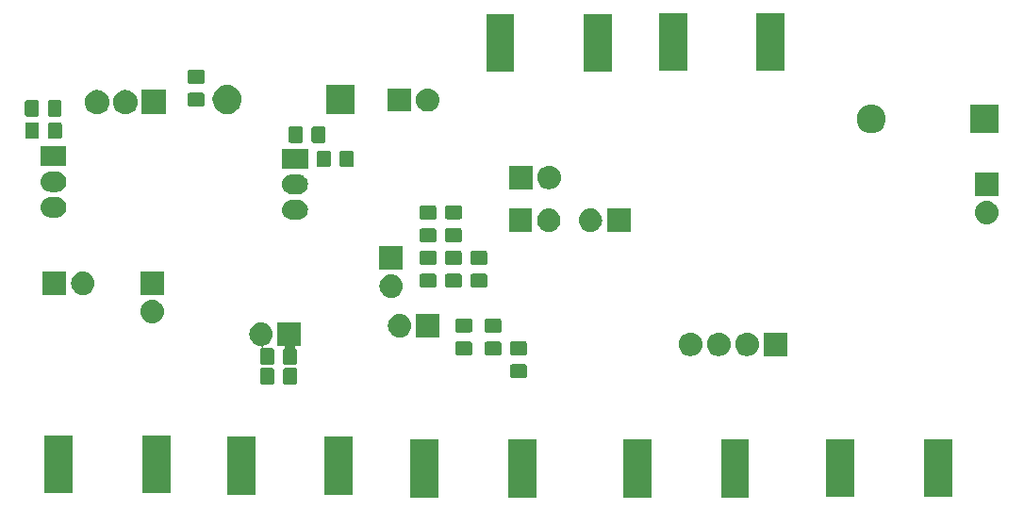
<source format=gbs>
G04 #@! TF.GenerationSoftware,KiCad,Pcbnew,(5.0.2)-1*
G04 #@! TF.CreationDate,2019-06-06T20:52:43-07:00*
G04 #@! TF.ProjectId,Complete PLL Board Rev5,436f6d70-6c65-4746-9520-504c4c20426f,rev?*
G04 #@! TF.SameCoordinates,Original*
G04 #@! TF.FileFunction,Soldermask,Bot*
G04 #@! TF.FilePolarity,Negative*
%FSLAX46Y46*%
G04 Gerber Fmt 4.6, Leading zero omitted, Abs format (unit mm)*
G04 Created by KiCad (PCBNEW (5.0.2)-1) date 6/6/2019 8:52:43 PM*
%MOMM*%
%LPD*%
G01*
G04 APERTURE LIST*
%ADD10C,0.100000*%
G04 APERTURE END LIST*
D10*
G36*
X163705200Y-121971000D02*
X161183200Y-121971000D01*
X161183200Y-116789000D01*
X163705200Y-116789000D01*
X163705200Y-121971000D01*
X163705200Y-121971000D01*
G37*
G36*
X154945200Y-121971000D02*
X152423200Y-121971000D01*
X152423200Y-116789000D01*
X154945200Y-116789000D01*
X154945200Y-121971000D01*
X154945200Y-121971000D01*
G37*
G36*
X144579000Y-121971000D02*
X142057000Y-121971000D01*
X142057000Y-116789000D01*
X144579000Y-116789000D01*
X144579000Y-121971000D01*
X144579000Y-121971000D01*
G37*
G36*
X135819000Y-121971000D02*
X133297000Y-121971000D01*
X133297000Y-116789000D01*
X135819000Y-116789000D01*
X135819000Y-121971000D01*
X135819000Y-121971000D01*
G37*
G36*
X173157000Y-121920200D02*
X170635000Y-121920200D01*
X170635000Y-116738200D01*
X173157000Y-116738200D01*
X173157000Y-121920200D01*
X173157000Y-121920200D01*
G37*
G36*
X181917000Y-121920200D02*
X179395000Y-121920200D01*
X179395000Y-116738200D01*
X181917000Y-116738200D01*
X181917000Y-121920200D01*
X181917000Y-121920200D01*
G37*
G36*
X128119800Y-121717000D02*
X125597800Y-121717000D01*
X125597800Y-116535000D01*
X128119800Y-116535000D01*
X128119800Y-121717000D01*
X128119800Y-121717000D01*
G37*
G36*
X119359800Y-121717000D02*
X116837800Y-121717000D01*
X116837800Y-116535000D01*
X119359800Y-116535000D01*
X119359800Y-121717000D01*
X119359800Y-121717000D01*
G37*
G36*
X111736800Y-121590000D02*
X109214800Y-121590000D01*
X109214800Y-116408000D01*
X111736800Y-116408000D01*
X111736800Y-121590000D01*
X111736800Y-121590000D01*
G37*
G36*
X102976800Y-121590000D02*
X100454800Y-121590000D01*
X100454800Y-116408000D01*
X102976800Y-116408000D01*
X102976800Y-121590000D01*
X102976800Y-121590000D01*
G37*
G36*
X122951477Y-110353065D02*
X122989164Y-110364498D01*
X123023903Y-110383066D01*
X123054348Y-110408052D01*
X123079334Y-110438497D01*
X123097902Y-110473236D01*
X123109335Y-110510923D01*
X123113800Y-110556261D01*
X123113800Y-111642939D01*
X123109335Y-111688277D01*
X123097902Y-111725964D01*
X123079334Y-111760703D01*
X123054348Y-111791148D01*
X123023903Y-111816134D01*
X122989164Y-111834702D01*
X122951477Y-111846135D01*
X122906139Y-111850600D01*
X122069461Y-111850600D01*
X122024123Y-111846135D01*
X121986436Y-111834702D01*
X121951697Y-111816134D01*
X121921252Y-111791148D01*
X121896266Y-111760703D01*
X121877698Y-111725964D01*
X121866265Y-111688277D01*
X121861800Y-111642939D01*
X121861800Y-110556261D01*
X121866265Y-110510923D01*
X121877698Y-110473236D01*
X121896266Y-110438497D01*
X121921252Y-110408052D01*
X121951697Y-110383066D01*
X121986436Y-110364498D01*
X122024123Y-110353065D01*
X122069461Y-110348600D01*
X122906139Y-110348600D01*
X122951477Y-110353065D01*
X122951477Y-110353065D01*
G37*
G36*
X120901477Y-110353065D02*
X120939164Y-110364498D01*
X120973903Y-110383066D01*
X121004348Y-110408052D01*
X121029334Y-110438497D01*
X121047902Y-110473236D01*
X121059335Y-110510923D01*
X121063800Y-110556261D01*
X121063800Y-111642939D01*
X121059335Y-111688277D01*
X121047902Y-111725964D01*
X121029334Y-111760703D01*
X121004348Y-111791148D01*
X120973903Y-111816134D01*
X120939164Y-111834702D01*
X120901477Y-111846135D01*
X120856139Y-111850600D01*
X120019461Y-111850600D01*
X119974123Y-111846135D01*
X119936436Y-111834702D01*
X119901697Y-111816134D01*
X119871252Y-111791148D01*
X119846266Y-111760703D01*
X119827698Y-111725964D01*
X119816265Y-111688277D01*
X119811800Y-111642939D01*
X119811800Y-110556261D01*
X119816265Y-110510923D01*
X119827698Y-110473236D01*
X119846266Y-110438497D01*
X119871252Y-110408052D01*
X119901697Y-110383066D01*
X119936436Y-110364498D01*
X119974123Y-110353065D01*
X120019461Y-110348600D01*
X120856139Y-110348600D01*
X120901477Y-110353065D01*
X120901477Y-110353065D01*
G37*
G36*
X143590677Y-110013465D02*
X143628364Y-110024898D01*
X143663103Y-110043466D01*
X143693548Y-110068452D01*
X143718534Y-110098897D01*
X143737102Y-110133636D01*
X143748535Y-110171323D01*
X143753000Y-110216661D01*
X143753000Y-111053339D01*
X143748535Y-111098677D01*
X143737102Y-111136364D01*
X143718534Y-111171103D01*
X143693548Y-111201548D01*
X143663103Y-111226534D01*
X143628364Y-111245102D01*
X143590677Y-111256535D01*
X143545339Y-111261000D01*
X142458661Y-111261000D01*
X142413323Y-111256535D01*
X142375636Y-111245102D01*
X142340897Y-111226534D01*
X142310452Y-111201548D01*
X142285466Y-111171103D01*
X142266898Y-111136364D01*
X142255465Y-111098677D01*
X142251000Y-111053339D01*
X142251000Y-110216661D01*
X142255465Y-110171323D01*
X142266898Y-110133636D01*
X142285466Y-110098897D01*
X142310452Y-110068452D01*
X142340897Y-110043466D01*
X142375636Y-110024898D01*
X142413323Y-110013465D01*
X142458661Y-110009000D01*
X143545339Y-110009000D01*
X143590677Y-110013465D01*
X143590677Y-110013465D01*
G37*
G36*
X119970510Y-106267041D02*
X120094032Y-106279207D01*
X120292146Y-106339305D01*
X120474729Y-106436897D01*
X120634765Y-106568235D01*
X120766103Y-106728271D01*
X120863695Y-106910854D01*
X120923793Y-107108968D01*
X120944085Y-107315000D01*
X120923793Y-107521032D01*
X120863695Y-107719146D01*
X120766103Y-107901729D01*
X120634765Y-108061765D01*
X120474729Y-108193103D01*
X120369829Y-108249173D01*
X120292147Y-108290695D01*
X120251342Y-108303073D01*
X120175815Y-108325984D01*
X120153181Y-108335360D01*
X120132806Y-108348974D01*
X120115479Y-108366301D01*
X120101865Y-108386675D01*
X120092487Y-108409314D01*
X120087707Y-108433348D01*
X120087707Y-108457852D01*
X120092487Y-108481885D01*
X120101865Y-108504524D01*
X120115479Y-108524899D01*
X120132806Y-108542226D01*
X120153180Y-108555840D01*
X120175819Y-108565218D01*
X120199853Y-108569998D01*
X120212105Y-108570600D01*
X120847139Y-108570600D01*
X120892477Y-108575065D01*
X120930164Y-108586498D01*
X120964903Y-108605066D01*
X120995348Y-108630052D01*
X121020334Y-108660497D01*
X121038902Y-108695236D01*
X121050335Y-108732923D01*
X121054800Y-108778261D01*
X121054800Y-109864939D01*
X121050335Y-109910277D01*
X121038902Y-109947964D01*
X121020334Y-109982703D01*
X120995348Y-110013148D01*
X120964903Y-110038134D01*
X120930164Y-110056702D01*
X120892477Y-110068135D01*
X120847139Y-110072600D01*
X120010461Y-110072600D01*
X119965123Y-110068135D01*
X119927436Y-110056702D01*
X119892697Y-110038134D01*
X119862252Y-110013148D01*
X119837266Y-109982703D01*
X119818698Y-109947964D01*
X119807265Y-109910277D01*
X119802800Y-109864939D01*
X119802800Y-108778261D01*
X119807265Y-108732923D01*
X119818698Y-108695236D01*
X119837266Y-108660497D01*
X119862252Y-108630052D01*
X119892699Y-108605065D01*
X119899856Y-108601239D01*
X119920230Y-108587625D01*
X119937557Y-108570298D01*
X119951171Y-108549923D01*
X119960548Y-108527284D01*
X119965328Y-108503250D01*
X119965328Y-108478746D01*
X119960547Y-108454713D01*
X119951169Y-108432074D01*
X119937555Y-108411700D01*
X119920228Y-108394373D01*
X119899853Y-108380759D01*
X119877214Y-108371382D01*
X119840930Y-108366000D01*
X119836369Y-108366000D01*
X119805490Y-108362959D01*
X119681968Y-108350793D01*
X119483854Y-108290695D01*
X119301271Y-108193103D01*
X119141235Y-108061765D01*
X119009897Y-107901729D01*
X118912305Y-107719146D01*
X118852207Y-107521032D01*
X118831915Y-107315000D01*
X118852207Y-107108968D01*
X118912305Y-106910854D01*
X119009897Y-106728271D01*
X119141235Y-106568235D01*
X119301271Y-106436897D01*
X119483854Y-106339305D01*
X119681968Y-106279207D01*
X119805490Y-106267041D01*
X119836369Y-106264000D01*
X119939631Y-106264000D01*
X119970510Y-106267041D01*
X119970510Y-106267041D01*
G37*
G36*
X123479000Y-108366000D02*
X123066670Y-108366000D01*
X123042284Y-108368402D01*
X123018835Y-108375515D01*
X122997224Y-108387066D01*
X122978282Y-108402612D01*
X122962736Y-108421554D01*
X122951185Y-108443165D01*
X122944072Y-108466614D01*
X122941670Y-108491000D01*
X122944072Y-108515386D01*
X122951185Y-108538835D01*
X122962736Y-108560446D01*
X122978282Y-108579388D01*
X123007744Y-108601239D01*
X123014901Y-108605065D01*
X123045348Y-108630052D01*
X123070334Y-108660497D01*
X123088902Y-108695236D01*
X123100335Y-108732923D01*
X123104800Y-108778261D01*
X123104800Y-109864939D01*
X123100335Y-109910277D01*
X123088902Y-109947964D01*
X123070334Y-109982703D01*
X123045348Y-110013148D01*
X123014903Y-110038134D01*
X122980164Y-110056702D01*
X122942477Y-110068135D01*
X122897139Y-110072600D01*
X122060461Y-110072600D01*
X122015123Y-110068135D01*
X121977436Y-110056702D01*
X121942697Y-110038134D01*
X121912252Y-110013148D01*
X121887266Y-109982703D01*
X121868698Y-109947964D01*
X121857265Y-109910277D01*
X121852800Y-109864939D01*
X121852800Y-108778261D01*
X121857265Y-108732923D01*
X121868698Y-108695236D01*
X121887266Y-108660497D01*
X121912252Y-108630052D01*
X121942699Y-108605065D01*
X121949856Y-108601239D01*
X121970230Y-108587625D01*
X121987557Y-108570298D01*
X122001171Y-108549923D01*
X122010548Y-108527284D01*
X122015328Y-108503250D01*
X122015328Y-108478746D01*
X122010547Y-108454713D01*
X122001169Y-108432074D01*
X121987555Y-108411700D01*
X121970228Y-108394373D01*
X121949853Y-108380759D01*
X121927214Y-108371382D01*
X121890930Y-108366000D01*
X121377000Y-108366000D01*
X121377000Y-106264000D01*
X123479000Y-106264000D01*
X123479000Y-108366000D01*
X123479000Y-108366000D01*
G37*
G36*
X161067710Y-107181441D02*
X161191232Y-107193607D01*
X161389346Y-107253705D01*
X161571929Y-107351297D01*
X161731965Y-107482635D01*
X161863303Y-107642671D01*
X161960895Y-107825254D01*
X162020993Y-108023368D01*
X162041285Y-108229400D01*
X162020993Y-108435432D01*
X161960895Y-108633546D01*
X161863303Y-108816129D01*
X161731965Y-108976165D01*
X161571929Y-109107503D01*
X161389346Y-109205095D01*
X161191232Y-109265193D01*
X161067710Y-109277359D01*
X161036831Y-109280400D01*
X160933569Y-109280400D01*
X160902690Y-109277359D01*
X160779168Y-109265193D01*
X160581054Y-109205095D01*
X160398471Y-109107503D01*
X160238435Y-108976165D01*
X160107097Y-108816129D01*
X160009505Y-108633546D01*
X159949407Y-108435432D01*
X159929115Y-108229400D01*
X159949407Y-108023368D01*
X160009505Y-107825254D01*
X160107097Y-107642671D01*
X160238435Y-107482635D01*
X160398471Y-107351297D01*
X160581054Y-107253705D01*
X160779168Y-107193607D01*
X160902690Y-107181441D01*
X160933569Y-107178400D01*
X161036831Y-107178400D01*
X161067710Y-107181441D01*
X161067710Y-107181441D01*
G37*
G36*
X163607710Y-107181441D02*
X163731232Y-107193607D01*
X163929346Y-107253705D01*
X164111929Y-107351297D01*
X164271965Y-107482635D01*
X164403303Y-107642671D01*
X164500895Y-107825254D01*
X164560993Y-108023368D01*
X164581285Y-108229400D01*
X164560993Y-108435432D01*
X164500895Y-108633546D01*
X164403303Y-108816129D01*
X164271965Y-108976165D01*
X164111929Y-109107503D01*
X163929346Y-109205095D01*
X163731232Y-109265193D01*
X163607710Y-109277359D01*
X163576831Y-109280400D01*
X163473569Y-109280400D01*
X163442690Y-109277359D01*
X163319168Y-109265193D01*
X163121054Y-109205095D01*
X162938471Y-109107503D01*
X162778435Y-108976165D01*
X162647097Y-108816129D01*
X162549505Y-108633546D01*
X162489407Y-108435432D01*
X162469115Y-108229400D01*
X162489407Y-108023368D01*
X162549505Y-107825254D01*
X162647097Y-107642671D01*
X162778435Y-107482635D01*
X162938471Y-107351297D01*
X163121054Y-107253705D01*
X163319168Y-107193607D01*
X163442690Y-107181441D01*
X163473569Y-107178400D01*
X163576831Y-107178400D01*
X163607710Y-107181441D01*
X163607710Y-107181441D01*
G37*
G36*
X167116200Y-109280400D02*
X165014200Y-109280400D01*
X165014200Y-107178400D01*
X167116200Y-107178400D01*
X167116200Y-109280400D01*
X167116200Y-109280400D01*
G37*
G36*
X158527710Y-107181441D02*
X158651232Y-107193607D01*
X158849346Y-107253705D01*
X159031929Y-107351297D01*
X159191965Y-107482635D01*
X159323303Y-107642671D01*
X159420895Y-107825254D01*
X159480993Y-108023368D01*
X159501285Y-108229400D01*
X159480993Y-108435432D01*
X159420895Y-108633546D01*
X159323303Y-108816129D01*
X159191965Y-108976165D01*
X159031929Y-109107503D01*
X158849346Y-109205095D01*
X158651232Y-109265193D01*
X158527710Y-109277359D01*
X158496831Y-109280400D01*
X158393569Y-109280400D01*
X158362690Y-109277359D01*
X158239168Y-109265193D01*
X158041054Y-109205095D01*
X157858471Y-109107503D01*
X157698435Y-108976165D01*
X157567097Y-108816129D01*
X157469505Y-108633546D01*
X157409407Y-108435432D01*
X157389115Y-108229400D01*
X157409407Y-108023368D01*
X157469505Y-107825254D01*
X157567097Y-107642671D01*
X157698435Y-107482635D01*
X157858471Y-107351297D01*
X158041054Y-107253705D01*
X158239168Y-107193607D01*
X158362690Y-107181441D01*
X158393569Y-107178400D01*
X158496831Y-107178400D01*
X158527710Y-107181441D01*
X158527710Y-107181441D01*
G37*
G36*
X141304677Y-107981465D02*
X141342364Y-107992898D01*
X141377103Y-108011466D01*
X141407548Y-108036452D01*
X141432534Y-108066897D01*
X141451102Y-108101636D01*
X141462535Y-108139323D01*
X141467000Y-108184661D01*
X141467000Y-109021339D01*
X141462535Y-109066677D01*
X141451102Y-109104364D01*
X141432534Y-109139103D01*
X141407548Y-109169548D01*
X141377103Y-109194534D01*
X141342364Y-109213102D01*
X141304677Y-109224535D01*
X141259339Y-109229000D01*
X140172661Y-109229000D01*
X140127323Y-109224535D01*
X140089636Y-109213102D01*
X140054897Y-109194534D01*
X140024452Y-109169548D01*
X139999466Y-109139103D01*
X139980898Y-109104364D01*
X139969465Y-109066677D01*
X139965000Y-109021339D01*
X139965000Y-108184661D01*
X139969465Y-108139323D01*
X139980898Y-108101636D01*
X139999466Y-108066897D01*
X140024452Y-108036452D01*
X140054897Y-108011466D01*
X140089636Y-107992898D01*
X140127323Y-107981465D01*
X140172661Y-107977000D01*
X141259339Y-107977000D01*
X141304677Y-107981465D01*
X141304677Y-107981465D01*
G37*
G36*
X138675777Y-107968765D02*
X138713464Y-107980198D01*
X138748203Y-107998766D01*
X138778648Y-108023752D01*
X138803634Y-108054197D01*
X138822202Y-108088936D01*
X138833635Y-108126623D01*
X138838100Y-108171961D01*
X138838100Y-109008639D01*
X138833635Y-109053977D01*
X138822202Y-109091664D01*
X138803634Y-109126403D01*
X138778648Y-109156848D01*
X138748203Y-109181834D01*
X138713464Y-109200402D01*
X138675777Y-109211835D01*
X138630439Y-109216300D01*
X137543761Y-109216300D01*
X137498423Y-109211835D01*
X137460736Y-109200402D01*
X137425997Y-109181834D01*
X137395552Y-109156848D01*
X137370566Y-109126403D01*
X137351998Y-109091664D01*
X137340565Y-109053977D01*
X137336100Y-109008639D01*
X137336100Y-108171961D01*
X137340565Y-108126623D01*
X137351998Y-108088936D01*
X137370566Y-108054197D01*
X137395552Y-108023752D01*
X137425997Y-107998766D01*
X137460736Y-107980198D01*
X137498423Y-107968765D01*
X137543761Y-107964300D01*
X138630439Y-107964300D01*
X138675777Y-107968765D01*
X138675777Y-107968765D01*
G37*
G36*
X143590677Y-107963465D02*
X143628364Y-107974898D01*
X143663103Y-107993466D01*
X143693548Y-108018452D01*
X143718534Y-108048897D01*
X143737102Y-108083636D01*
X143748535Y-108121323D01*
X143753000Y-108166661D01*
X143753000Y-109003339D01*
X143748535Y-109048677D01*
X143737102Y-109086364D01*
X143718534Y-109121103D01*
X143693548Y-109151548D01*
X143663103Y-109176534D01*
X143628364Y-109195102D01*
X143590677Y-109206535D01*
X143545339Y-109211000D01*
X142458661Y-109211000D01*
X142413323Y-109206535D01*
X142375636Y-109195102D01*
X142340897Y-109176534D01*
X142310452Y-109151548D01*
X142285466Y-109121103D01*
X142266898Y-109086364D01*
X142255465Y-109048677D01*
X142251000Y-109003339D01*
X142251000Y-108166661D01*
X142255465Y-108121323D01*
X142266898Y-108083636D01*
X142285466Y-108048897D01*
X142310452Y-108018452D01*
X142340897Y-107993466D01*
X142375636Y-107974898D01*
X142413323Y-107963465D01*
X142458661Y-107959000D01*
X143545339Y-107959000D01*
X143590677Y-107963465D01*
X143590677Y-107963465D01*
G37*
G36*
X135925000Y-107604000D02*
X133823000Y-107604000D01*
X133823000Y-105502000D01*
X135925000Y-105502000D01*
X135925000Y-107604000D01*
X135925000Y-107604000D01*
G37*
G36*
X132416510Y-105505041D02*
X132540032Y-105517207D01*
X132738146Y-105577305D01*
X132920729Y-105674897D01*
X133080765Y-105806235D01*
X133212103Y-105966271D01*
X133309695Y-106148854D01*
X133369793Y-106346968D01*
X133390085Y-106553000D01*
X133369793Y-106759032D01*
X133309695Y-106957146D01*
X133212103Y-107139729D01*
X133080765Y-107299765D01*
X132920729Y-107431103D01*
X132738146Y-107528695D01*
X132540032Y-107588793D01*
X132416510Y-107600959D01*
X132385631Y-107604000D01*
X132282369Y-107604000D01*
X132251490Y-107600959D01*
X132127968Y-107588793D01*
X131929854Y-107528695D01*
X131747271Y-107431103D01*
X131587235Y-107299765D01*
X131455897Y-107139729D01*
X131358305Y-106957146D01*
X131298207Y-106759032D01*
X131277915Y-106553000D01*
X131298207Y-106346968D01*
X131358305Y-106148854D01*
X131455897Y-105966271D01*
X131587235Y-105806235D01*
X131747271Y-105674897D01*
X131929854Y-105577305D01*
X132127968Y-105517207D01*
X132251490Y-105505041D01*
X132282369Y-105502000D01*
X132385631Y-105502000D01*
X132416510Y-105505041D01*
X132416510Y-105505041D01*
G37*
G36*
X141304677Y-105931465D02*
X141342364Y-105942898D01*
X141377103Y-105961466D01*
X141407548Y-105986452D01*
X141432534Y-106016897D01*
X141451102Y-106051636D01*
X141462535Y-106089323D01*
X141467000Y-106134661D01*
X141467000Y-106971339D01*
X141462535Y-107016677D01*
X141451102Y-107054364D01*
X141432534Y-107089103D01*
X141407548Y-107119548D01*
X141377103Y-107144534D01*
X141342364Y-107163102D01*
X141304677Y-107174535D01*
X141259339Y-107179000D01*
X140172661Y-107179000D01*
X140127323Y-107174535D01*
X140089636Y-107163102D01*
X140054897Y-107144534D01*
X140024452Y-107119548D01*
X139999466Y-107089103D01*
X139980898Y-107054364D01*
X139969465Y-107016677D01*
X139965000Y-106971339D01*
X139965000Y-106134661D01*
X139969465Y-106089323D01*
X139980898Y-106051636D01*
X139999466Y-106016897D01*
X140024452Y-105986452D01*
X140054897Y-105961466D01*
X140089636Y-105942898D01*
X140127323Y-105931465D01*
X140172661Y-105927000D01*
X141259339Y-105927000D01*
X141304677Y-105931465D01*
X141304677Y-105931465D01*
G37*
G36*
X138675777Y-105918765D02*
X138713464Y-105930198D01*
X138748203Y-105948766D01*
X138778648Y-105973752D01*
X138803634Y-106004197D01*
X138822202Y-106038936D01*
X138833635Y-106076623D01*
X138838100Y-106121961D01*
X138838100Y-106958639D01*
X138833635Y-107003977D01*
X138822202Y-107041664D01*
X138803634Y-107076403D01*
X138778648Y-107106848D01*
X138748203Y-107131834D01*
X138713464Y-107150402D01*
X138675777Y-107161835D01*
X138630439Y-107166300D01*
X137543761Y-107166300D01*
X137498423Y-107161835D01*
X137460736Y-107150402D01*
X137425997Y-107131834D01*
X137395552Y-107106848D01*
X137370566Y-107076403D01*
X137351998Y-107041664D01*
X137340565Y-107003977D01*
X137336100Y-106958639D01*
X137336100Y-106121961D01*
X137340565Y-106076623D01*
X137351998Y-106038936D01*
X137370566Y-106004197D01*
X137395552Y-105973752D01*
X137425997Y-105948766D01*
X137460736Y-105930198D01*
X137498423Y-105918765D01*
X137543761Y-105914300D01*
X138630439Y-105914300D01*
X138675777Y-105918765D01*
X138675777Y-105918765D01*
G37*
G36*
X110191510Y-104235041D02*
X110315032Y-104247207D01*
X110513146Y-104307305D01*
X110695729Y-104404897D01*
X110855765Y-104536235D01*
X110987103Y-104696271D01*
X111084695Y-104878854D01*
X111144793Y-105076968D01*
X111165085Y-105283000D01*
X111144793Y-105489032D01*
X111084695Y-105687146D01*
X110987103Y-105869729D01*
X110855765Y-106029765D01*
X110695729Y-106161103D01*
X110513146Y-106258695D01*
X110315032Y-106318793D01*
X110191510Y-106330959D01*
X110160631Y-106334000D01*
X110057369Y-106334000D01*
X110026490Y-106330959D01*
X109902968Y-106318793D01*
X109704854Y-106258695D01*
X109522271Y-106161103D01*
X109362235Y-106029765D01*
X109230897Y-105869729D01*
X109133305Y-105687146D01*
X109073207Y-105489032D01*
X109052915Y-105283000D01*
X109073207Y-105076968D01*
X109133305Y-104878854D01*
X109230897Y-104696271D01*
X109362235Y-104536235D01*
X109522271Y-104404897D01*
X109704854Y-104307305D01*
X109902968Y-104247207D01*
X110026490Y-104235041D01*
X110057369Y-104232000D01*
X110160631Y-104232000D01*
X110191510Y-104235041D01*
X110191510Y-104235041D01*
G37*
G36*
X131654510Y-101949041D02*
X131778032Y-101961207D01*
X131976146Y-102021305D01*
X132158729Y-102118897D01*
X132318765Y-102250235D01*
X132450103Y-102410271D01*
X132547695Y-102592854D01*
X132607793Y-102790968D01*
X132628085Y-102997000D01*
X132607793Y-103203032D01*
X132547695Y-103401146D01*
X132450103Y-103583729D01*
X132318765Y-103743765D01*
X132158729Y-103875103D01*
X131976146Y-103972695D01*
X131778032Y-104032793D01*
X131654510Y-104044959D01*
X131623631Y-104048000D01*
X131520369Y-104048000D01*
X131489490Y-104044959D01*
X131365968Y-104032793D01*
X131167854Y-103972695D01*
X130985271Y-103875103D01*
X130825235Y-103743765D01*
X130693897Y-103583729D01*
X130596305Y-103401146D01*
X130536207Y-103203032D01*
X130515915Y-102997000D01*
X130536207Y-102790968D01*
X130596305Y-102592854D01*
X130693897Y-102410271D01*
X130825235Y-102250235D01*
X130985271Y-102118897D01*
X131167854Y-102021305D01*
X131365968Y-101961207D01*
X131489490Y-101949041D01*
X131520369Y-101946000D01*
X131623631Y-101946000D01*
X131654510Y-101949041D01*
X131654510Y-101949041D01*
G37*
G36*
X111160000Y-103794000D02*
X109058000Y-103794000D01*
X109058000Y-101692000D01*
X111160000Y-101692000D01*
X111160000Y-103794000D01*
X111160000Y-103794000D01*
G37*
G36*
X103968510Y-101695041D02*
X104092032Y-101707207D01*
X104290146Y-101767305D01*
X104472729Y-101864897D01*
X104632765Y-101996235D01*
X104764103Y-102156271D01*
X104861695Y-102338854D01*
X104921793Y-102536968D01*
X104942085Y-102743000D01*
X104921793Y-102949032D01*
X104861695Y-103147146D01*
X104764103Y-103329729D01*
X104632765Y-103489765D01*
X104472729Y-103621103D01*
X104290146Y-103718695D01*
X104092032Y-103778793D01*
X103968510Y-103790959D01*
X103937631Y-103794000D01*
X103834369Y-103794000D01*
X103803490Y-103790959D01*
X103679968Y-103778793D01*
X103481854Y-103718695D01*
X103299271Y-103621103D01*
X103139235Y-103489765D01*
X103007897Y-103329729D01*
X102910305Y-103147146D01*
X102850207Y-102949032D01*
X102829915Y-102743000D01*
X102850207Y-102536968D01*
X102910305Y-102338854D01*
X103007897Y-102156271D01*
X103139235Y-101996235D01*
X103299271Y-101864897D01*
X103481854Y-101767305D01*
X103679968Y-101707207D01*
X103803490Y-101695041D01*
X103834369Y-101692000D01*
X103937631Y-101692000D01*
X103968510Y-101695041D01*
X103968510Y-101695041D01*
G37*
G36*
X102397000Y-103794000D02*
X100295000Y-103794000D01*
X100295000Y-101692000D01*
X102397000Y-101692000D01*
X102397000Y-103794000D01*
X102397000Y-103794000D01*
G37*
G36*
X137748677Y-101885465D02*
X137786364Y-101896898D01*
X137821103Y-101915466D01*
X137851548Y-101940452D01*
X137876534Y-101970897D01*
X137895102Y-102005636D01*
X137906535Y-102043323D01*
X137911000Y-102088661D01*
X137911000Y-102925339D01*
X137906535Y-102970677D01*
X137895102Y-103008364D01*
X137876534Y-103043103D01*
X137851548Y-103073548D01*
X137821103Y-103098534D01*
X137786364Y-103117102D01*
X137748677Y-103128535D01*
X137703339Y-103133000D01*
X136616661Y-103133000D01*
X136571323Y-103128535D01*
X136533636Y-103117102D01*
X136498897Y-103098534D01*
X136468452Y-103073548D01*
X136443466Y-103043103D01*
X136424898Y-103008364D01*
X136413465Y-102970677D01*
X136409000Y-102925339D01*
X136409000Y-102088661D01*
X136413465Y-102043323D01*
X136424898Y-102005636D01*
X136443466Y-101970897D01*
X136468452Y-101940452D01*
X136498897Y-101915466D01*
X136533636Y-101896898D01*
X136571323Y-101885465D01*
X136616661Y-101881000D01*
X137703339Y-101881000D01*
X137748677Y-101885465D01*
X137748677Y-101885465D01*
G37*
G36*
X140034677Y-101885465D02*
X140072364Y-101896898D01*
X140107103Y-101915466D01*
X140137548Y-101940452D01*
X140162534Y-101970897D01*
X140181102Y-102005636D01*
X140192535Y-102043323D01*
X140197000Y-102088661D01*
X140197000Y-102925339D01*
X140192535Y-102970677D01*
X140181102Y-103008364D01*
X140162534Y-103043103D01*
X140137548Y-103073548D01*
X140107103Y-103098534D01*
X140072364Y-103117102D01*
X140034677Y-103128535D01*
X139989339Y-103133000D01*
X138902661Y-103133000D01*
X138857323Y-103128535D01*
X138819636Y-103117102D01*
X138784897Y-103098534D01*
X138754452Y-103073548D01*
X138729466Y-103043103D01*
X138710898Y-103008364D01*
X138699465Y-102970677D01*
X138695000Y-102925339D01*
X138695000Y-102088661D01*
X138699465Y-102043323D01*
X138710898Y-102005636D01*
X138729466Y-101970897D01*
X138754452Y-101940452D01*
X138784897Y-101915466D01*
X138819636Y-101896898D01*
X138857323Y-101885465D01*
X138902661Y-101881000D01*
X139989339Y-101881000D01*
X140034677Y-101885465D01*
X140034677Y-101885465D01*
G37*
G36*
X135462677Y-101876465D02*
X135500364Y-101887898D01*
X135535103Y-101906466D01*
X135565548Y-101931452D01*
X135590534Y-101961897D01*
X135609102Y-101996636D01*
X135620535Y-102034323D01*
X135625000Y-102079661D01*
X135625000Y-102916339D01*
X135620535Y-102961677D01*
X135609102Y-102999364D01*
X135590534Y-103034103D01*
X135565548Y-103064548D01*
X135535103Y-103089534D01*
X135500364Y-103108102D01*
X135462677Y-103119535D01*
X135417339Y-103124000D01*
X134330661Y-103124000D01*
X134285323Y-103119535D01*
X134247636Y-103108102D01*
X134212897Y-103089534D01*
X134182452Y-103064548D01*
X134157466Y-103034103D01*
X134138898Y-102999364D01*
X134127465Y-102961677D01*
X134123000Y-102916339D01*
X134123000Y-102079661D01*
X134127465Y-102034323D01*
X134138898Y-101996636D01*
X134157466Y-101961897D01*
X134182452Y-101931452D01*
X134212897Y-101906466D01*
X134247636Y-101887898D01*
X134285323Y-101876465D01*
X134330661Y-101872000D01*
X135417339Y-101872000D01*
X135462677Y-101876465D01*
X135462677Y-101876465D01*
G37*
G36*
X132623000Y-101508000D02*
X130521000Y-101508000D01*
X130521000Y-99406000D01*
X132623000Y-99406000D01*
X132623000Y-101508000D01*
X132623000Y-101508000D01*
G37*
G36*
X137748677Y-99835465D02*
X137786364Y-99846898D01*
X137821103Y-99865466D01*
X137851548Y-99890452D01*
X137876534Y-99920897D01*
X137895102Y-99955636D01*
X137906535Y-99993323D01*
X137911000Y-100038661D01*
X137911000Y-100875339D01*
X137906535Y-100920677D01*
X137895102Y-100958364D01*
X137876534Y-100993103D01*
X137851548Y-101023548D01*
X137821103Y-101048534D01*
X137786364Y-101067102D01*
X137748677Y-101078535D01*
X137703339Y-101083000D01*
X136616661Y-101083000D01*
X136571323Y-101078535D01*
X136533636Y-101067102D01*
X136498897Y-101048534D01*
X136468452Y-101023548D01*
X136443466Y-100993103D01*
X136424898Y-100958364D01*
X136413465Y-100920677D01*
X136409000Y-100875339D01*
X136409000Y-100038661D01*
X136413465Y-99993323D01*
X136424898Y-99955636D01*
X136443466Y-99920897D01*
X136468452Y-99890452D01*
X136498897Y-99865466D01*
X136533636Y-99846898D01*
X136571323Y-99835465D01*
X136616661Y-99831000D01*
X137703339Y-99831000D01*
X137748677Y-99835465D01*
X137748677Y-99835465D01*
G37*
G36*
X140034677Y-99835465D02*
X140072364Y-99846898D01*
X140107103Y-99865466D01*
X140137548Y-99890452D01*
X140162534Y-99920897D01*
X140181102Y-99955636D01*
X140192535Y-99993323D01*
X140197000Y-100038661D01*
X140197000Y-100875339D01*
X140192535Y-100920677D01*
X140181102Y-100958364D01*
X140162534Y-100993103D01*
X140137548Y-101023548D01*
X140107103Y-101048534D01*
X140072364Y-101067102D01*
X140034677Y-101078535D01*
X139989339Y-101083000D01*
X138902661Y-101083000D01*
X138857323Y-101078535D01*
X138819636Y-101067102D01*
X138784897Y-101048534D01*
X138754452Y-101023548D01*
X138729466Y-100993103D01*
X138710898Y-100958364D01*
X138699465Y-100920677D01*
X138695000Y-100875339D01*
X138695000Y-100038661D01*
X138699465Y-99993323D01*
X138710898Y-99955636D01*
X138729466Y-99920897D01*
X138754452Y-99890452D01*
X138784897Y-99865466D01*
X138819636Y-99846898D01*
X138857323Y-99835465D01*
X138902661Y-99831000D01*
X139989339Y-99831000D01*
X140034677Y-99835465D01*
X140034677Y-99835465D01*
G37*
G36*
X135462677Y-99826465D02*
X135500364Y-99837898D01*
X135535103Y-99856466D01*
X135565548Y-99881452D01*
X135590534Y-99911897D01*
X135609102Y-99946636D01*
X135620535Y-99984323D01*
X135625000Y-100029661D01*
X135625000Y-100866339D01*
X135620535Y-100911677D01*
X135609102Y-100949364D01*
X135590534Y-100984103D01*
X135565548Y-101014548D01*
X135535103Y-101039534D01*
X135500364Y-101058102D01*
X135462677Y-101069535D01*
X135417339Y-101074000D01*
X134330661Y-101074000D01*
X134285323Y-101069535D01*
X134247636Y-101058102D01*
X134212897Y-101039534D01*
X134182452Y-101014548D01*
X134157466Y-100984103D01*
X134138898Y-100949364D01*
X134127465Y-100911677D01*
X134123000Y-100866339D01*
X134123000Y-100029661D01*
X134127465Y-99984323D01*
X134138898Y-99946636D01*
X134157466Y-99911897D01*
X134182452Y-99881452D01*
X134212897Y-99856466D01*
X134247636Y-99837898D01*
X134285323Y-99826465D01*
X134330661Y-99822000D01*
X135417339Y-99822000D01*
X135462677Y-99826465D01*
X135462677Y-99826465D01*
G37*
G36*
X135462677Y-97821465D02*
X135500364Y-97832898D01*
X135535103Y-97851466D01*
X135565548Y-97876452D01*
X135590534Y-97906897D01*
X135609102Y-97941636D01*
X135620535Y-97979323D01*
X135625000Y-98024661D01*
X135625000Y-98861339D01*
X135620535Y-98906677D01*
X135609102Y-98944364D01*
X135590534Y-98979103D01*
X135565548Y-99009548D01*
X135535103Y-99034534D01*
X135500364Y-99053102D01*
X135462677Y-99064535D01*
X135417339Y-99069000D01*
X134330661Y-99069000D01*
X134285323Y-99064535D01*
X134247636Y-99053102D01*
X134212897Y-99034534D01*
X134182452Y-99009548D01*
X134157466Y-98979103D01*
X134138898Y-98944364D01*
X134127465Y-98906677D01*
X134123000Y-98861339D01*
X134123000Y-98024661D01*
X134127465Y-97979323D01*
X134138898Y-97941636D01*
X134157466Y-97906897D01*
X134182452Y-97876452D01*
X134212897Y-97851466D01*
X134247636Y-97832898D01*
X134285323Y-97821465D01*
X134330661Y-97817000D01*
X135417339Y-97817000D01*
X135462677Y-97821465D01*
X135462677Y-97821465D01*
G37*
G36*
X137748677Y-97803465D02*
X137786364Y-97814898D01*
X137821103Y-97833466D01*
X137851548Y-97858452D01*
X137876534Y-97888897D01*
X137895102Y-97923636D01*
X137906535Y-97961323D01*
X137911000Y-98006661D01*
X137911000Y-98843339D01*
X137906535Y-98888677D01*
X137895102Y-98926364D01*
X137876534Y-98961103D01*
X137851548Y-98991548D01*
X137821103Y-99016534D01*
X137786364Y-99035102D01*
X137748677Y-99046535D01*
X137703339Y-99051000D01*
X136616661Y-99051000D01*
X136571323Y-99046535D01*
X136533636Y-99035102D01*
X136498897Y-99016534D01*
X136468452Y-98991548D01*
X136443466Y-98961103D01*
X136424898Y-98926364D01*
X136413465Y-98888677D01*
X136409000Y-98843339D01*
X136409000Y-98006661D01*
X136413465Y-97961323D01*
X136424898Y-97923636D01*
X136443466Y-97888897D01*
X136468452Y-97858452D01*
X136498897Y-97833466D01*
X136533636Y-97814898D01*
X136571323Y-97803465D01*
X136616661Y-97799000D01*
X137703339Y-97799000D01*
X137748677Y-97803465D01*
X137748677Y-97803465D01*
G37*
G36*
X149536110Y-96030841D02*
X149659632Y-96043007D01*
X149857746Y-96103105D01*
X150040329Y-96200697D01*
X150200365Y-96332035D01*
X150331703Y-96492071D01*
X150429295Y-96674654D01*
X150489393Y-96872768D01*
X150509685Y-97078800D01*
X150489393Y-97284832D01*
X150429295Y-97482946D01*
X150331703Y-97665529D01*
X150200365Y-97825565D01*
X150040329Y-97956903D01*
X149857746Y-98054495D01*
X149659632Y-98114593D01*
X149536110Y-98126759D01*
X149505231Y-98129800D01*
X149401969Y-98129800D01*
X149371090Y-98126759D01*
X149247568Y-98114593D01*
X149049454Y-98054495D01*
X148866871Y-97956903D01*
X148706835Y-97825565D01*
X148575497Y-97665529D01*
X148477905Y-97482946D01*
X148417807Y-97284832D01*
X148397515Y-97078800D01*
X148417807Y-96872768D01*
X148477905Y-96674654D01*
X148575497Y-96492071D01*
X148706835Y-96332035D01*
X148866871Y-96200697D01*
X149049454Y-96103105D01*
X149247568Y-96043007D01*
X149371090Y-96030841D01*
X149401969Y-96027800D01*
X149505231Y-96027800D01*
X149536110Y-96030841D01*
X149536110Y-96030841D01*
G37*
G36*
X153044600Y-98129800D02*
X150942600Y-98129800D01*
X150942600Y-96027800D01*
X153044600Y-96027800D01*
X153044600Y-98129800D01*
X153044600Y-98129800D01*
G37*
G36*
X145802310Y-96030841D02*
X145925832Y-96043007D01*
X146123946Y-96103105D01*
X146306529Y-96200697D01*
X146466565Y-96332035D01*
X146597903Y-96492071D01*
X146695495Y-96674654D01*
X146755593Y-96872768D01*
X146775885Y-97078800D01*
X146755593Y-97284832D01*
X146695495Y-97482946D01*
X146597903Y-97665529D01*
X146466565Y-97825565D01*
X146306529Y-97956903D01*
X146123946Y-98054495D01*
X145925832Y-98114593D01*
X145802310Y-98126759D01*
X145771431Y-98129800D01*
X145668169Y-98129800D01*
X145637290Y-98126759D01*
X145513768Y-98114593D01*
X145315654Y-98054495D01*
X145133071Y-97956903D01*
X144973035Y-97825565D01*
X144841697Y-97665529D01*
X144744105Y-97482946D01*
X144684007Y-97284832D01*
X144663715Y-97078800D01*
X144684007Y-96872768D01*
X144744105Y-96674654D01*
X144841697Y-96492071D01*
X144973035Y-96332035D01*
X145133071Y-96200697D01*
X145315654Y-96103105D01*
X145513768Y-96043007D01*
X145637290Y-96030841D01*
X145668169Y-96027800D01*
X145771431Y-96027800D01*
X145802310Y-96030841D01*
X145802310Y-96030841D01*
G37*
G36*
X144230800Y-98129800D02*
X142128800Y-98129800D01*
X142128800Y-96027800D01*
X144230800Y-96027800D01*
X144230800Y-98129800D01*
X144230800Y-98129800D01*
G37*
G36*
X185121510Y-95345041D02*
X185245032Y-95357207D01*
X185443146Y-95417305D01*
X185625729Y-95514897D01*
X185785765Y-95646235D01*
X185917103Y-95806271D01*
X186014695Y-95988854D01*
X186074793Y-96186968D01*
X186095085Y-96393000D01*
X186074793Y-96599032D01*
X186014695Y-96797146D01*
X185917103Y-96979729D01*
X185785765Y-97139765D01*
X185625729Y-97271103D01*
X185443146Y-97368695D01*
X185245032Y-97428793D01*
X185121510Y-97440959D01*
X185090631Y-97444000D01*
X184987369Y-97444000D01*
X184956490Y-97440959D01*
X184832968Y-97428793D01*
X184634854Y-97368695D01*
X184452271Y-97271103D01*
X184292235Y-97139765D01*
X184160897Y-96979729D01*
X184063305Y-96797146D01*
X184003207Y-96599032D01*
X183982915Y-96393000D01*
X184003207Y-96186968D01*
X184063305Y-95988854D01*
X184160897Y-95806271D01*
X184292235Y-95646235D01*
X184452271Y-95514897D01*
X184634854Y-95417305D01*
X184832968Y-95357207D01*
X184956490Y-95345041D01*
X184987369Y-95342000D01*
X185090631Y-95342000D01*
X185121510Y-95345041D01*
X185121510Y-95345041D01*
G37*
G36*
X123296443Y-95248519D02*
X123362627Y-95255037D01*
X123475853Y-95289384D01*
X123532467Y-95306557D01*
X123598775Y-95342000D01*
X123688991Y-95390222D01*
X123713730Y-95410525D01*
X123826186Y-95502814D01*
X123909448Y-95604271D01*
X123938778Y-95640009D01*
X123938779Y-95640011D01*
X124022443Y-95796533D01*
X124027398Y-95812869D01*
X124073963Y-95966373D01*
X124091359Y-96143000D01*
X124073963Y-96319627D01*
X124041613Y-96426271D01*
X124022443Y-96489467D01*
X123963878Y-96599032D01*
X123938778Y-96645991D01*
X123915256Y-96674652D01*
X123826186Y-96783186D01*
X123724729Y-96866448D01*
X123688991Y-96895778D01*
X123688989Y-96895779D01*
X123532467Y-96979443D01*
X123513811Y-96985102D01*
X123362627Y-97030963D01*
X123296443Y-97037481D01*
X123230260Y-97044000D01*
X122641740Y-97044000D01*
X122575557Y-97037481D01*
X122509373Y-97030963D01*
X122358189Y-96985102D01*
X122339533Y-96979443D01*
X122183011Y-96895779D01*
X122183009Y-96895778D01*
X122147271Y-96866448D01*
X122045814Y-96783186D01*
X121956744Y-96674652D01*
X121933222Y-96645991D01*
X121908122Y-96599032D01*
X121849557Y-96489467D01*
X121830387Y-96426271D01*
X121798037Y-96319627D01*
X121780641Y-96143000D01*
X121798037Y-95966373D01*
X121844602Y-95812869D01*
X121849557Y-95796533D01*
X121933221Y-95640011D01*
X121933222Y-95640009D01*
X121962552Y-95604271D01*
X122045814Y-95502814D01*
X122158270Y-95410525D01*
X122183009Y-95390222D01*
X122273225Y-95342000D01*
X122339533Y-95306557D01*
X122396147Y-95289384D01*
X122509373Y-95255037D01*
X122575557Y-95248519D01*
X122641740Y-95242000D01*
X123230260Y-95242000D01*
X123296443Y-95248519D01*
X123296443Y-95248519D01*
G37*
G36*
X135462677Y-95771465D02*
X135500364Y-95782898D01*
X135535103Y-95801466D01*
X135565548Y-95826452D01*
X135590534Y-95856897D01*
X135609102Y-95891636D01*
X135620535Y-95929323D01*
X135625000Y-95974661D01*
X135625000Y-96811339D01*
X135620535Y-96856677D01*
X135609102Y-96894364D01*
X135590534Y-96929103D01*
X135565548Y-96959548D01*
X135535103Y-96984534D01*
X135500364Y-97003102D01*
X135462677Y-97014535D01*
X135417339Y-97019000D01*
X134330661Y-97019000D01*
X134285323Y-97014535D01*
X134247636Y-97003102D01*
X134212897Y-96984534D01*
X134182452Y-96959548D01*
X134157466Y-96929103D01*
X134138898Y-96894364D01*
X134127465Y-96856677D01*
X134123000Y-96811339D01*
X134123000Y-95974661D01*
X134127465Y-95929323D01*
X134138898Y-95891636D01*
X134157466Y-95856897D01*
X134182452Y-95826452D01*
X134212897Y-95801466D01*
X134247636Y-95782898D01*
X134285323Y-95771465D01*
X134330661Y-95767000D01*
X135417339Y-95767000D01*
X135462677Y-95771465D01*
X135462677Y-95771465D01*
G37*
G36*
X137748677Y-95753465D02*
X137786364Y-95764898D01*
X137821103Y-95783466D01*
X137851548Y-95808452D01*
X137876534Y-95838897D01*
X137895102Y-95873636D01*
X137906535Y-95911323D01*
X137911000Y-95956661D01*
X137911000Y-96793339D01*
X137906535Y-96838677D01*
X137895102Y-96876364D01*
X137876534Y-96911103D01*
X137851548Y-96941548D01*
X137821103Y-96966534D01*
X137786364Y-96985102D01*
X137748677Y-96996535D01*
X137703339Y-97001000D01*
X136616661Y-97001000D01*
X136571323Y-96996535D01*
X136533636Y-96985102D01*
X136498897Y-96966534D01*
X136468452Y-96941548D01*
X136443466Y-96911103D01*
X136424898Y-96876364D01*
X136413465Y-96838677D01*
X136409000Y-96793339D01*
X136409000Y-95956661D01*
X136413465Y-95911323D01*
X136424898Y-95873636D01*
X136443466Y-95838897D01*
X136468452Y-95808452D01*
X136498897Y-95783466D01*
X136533636Y-95764898D01*
X136571323Y-95753465D01*
X136616661Y-95749000D01*
X137703339Y-95749000D01*
X137748677Y-95753465D01*
X137748677Y-95753465D01*
G37*
G36*
X101574887Y-95013038D02*
X101663992Y-95021814D01*
X101835480Y-95073835D01*
X101835482Y-95073836D01*
X101835485Y-95073837D01*
X101993521Y-95158308D01*
X102132053Y-95271997D01*
X102245742Y-95410529D01*
X102330213Y-95568565D01*
X102330214Y-95568568D01*
X102330215Y-95568570D01*
X102382236Y-95740058D01*
X102399801Y-95918400D01*
X102382236Y-96096742D01*
X102330215Y-96268230D01*
X102330213Y-96268235D01*
X102245742Y-96426271D01*
X102132053Y-96564803D01*
X101993521Y-96678492D01*
X101835485Y-96762963D01*
X101835482Y-96762964D01*
X101835480Y-96762965D01*
X101663992Y-96814986D01*
X101574887Y-96823762D01*
X101530336Y-96828150D01*
X100958464Y-96828150D01*
X100913913Y-96823762D01*
X100824808Y-96814986D01*
X100653320Y-96762965D01*
X100653318Y-96762964D01*
X100653315Y-96762963D01*
X100495279Y-96678492D01*
X100356747Y-96564803D01*
X100243058Y-96426271D01*
X100158587Y-96268235D01*
X100158585Y-96268230D01*
X100106564Y-96096742D01*
X100088999Y-95918400D01*
X100106564Y-95740058D01*
X100158585Y-95568570D01*
X100158586Y-95568568D01*
X100158587Y-95568565D01*
X100243058Y-95410529D01*
X100356747Y-95271997D01*
X100495279Y-95158308D01*
X100653315Y-95073837D01*
X100653318Y-95073836D01*
X100653320Y-95073835D01*
X100824808Y-95021814D01*
X100913913Y-95013038D01*
X100958464Y-95008650D01*
X101530336Y-95008650D01*
X101574887Y-95013038D01*
X101574887Y-95013038D01*
G37*
G36*
X186090000Y-94904000D02*
X183988000Y-94904000D01*
X183988000Y-92802000D01*
X186090000Y-92802000D01*
X186090000Y-94904000D01*
X186090000Y-94904000D01*
G37*
G36*
X123296442Y-92958518D02*
X123362627Y-92965037D01*
X123475853Y-92999384D01*
X123532467Y-93016557D01*
X123671087Y-93090652D01*
X123688991Y-93100222D01*
X123713730Y-93120525D01*
X123826186Y-93212814D01*
X123909448Y-93314271D01*
X123938778Y-93350009D01*
X123938779Y-93350011D01*
X124022443Y-93506533D01*
X124022443Y-93506534D01*
X124073963Y-93676373D01*
X124091359Y-93853000D01*
X124073963Y-94029627D01*
X124046093Y-94121501D01*
X124022443Y-94199467D01*
X124011952Y-94219094D01*
X123938778Y-94355991D01*
X123912107Y-94388489D01*
X123826186Y-94493186D01*
X123724729Y-94576448D01*
X123688991Y-94605778D01*
X123688989Y-94605779D01*
X123532467Y-94689443D01*
X123475853Y-94706616D01*
X123362627Y-94740963D01*
X123296442Y-94747482D01*
X123230260Y-94754000D01*
X122641740Y-94754000D01*
X122575557Y-94747481D01*
X122509373Y-94740963D01*
X122396147Y-94706616D01*
X122339533Y-94689443D01*
X122183011Y-94605779D01*
X122183009Y-94605778D01*
X122147271Y-94576448D01*
X122045814Y-94493186D01*
X121959893Y-94388489D01*
X121933222Y-94355991D01*
X121860048Y-94219094D01*
X121849557Y-94199467D01*
X121825907Y-94121501D01*
X121798037Y-94029627D01*
X121780641Y-93853000D01*
X121798037Y-93676373D01*
X121849557Y-93506534D01*
X121849557Y-93506533D01*
X121933221Y-93350011D01*
X121933222Y-93350009D01*
X121962552Y-93314271D01*
X122045814Y-93212814D01*
X122158270Y-93120525D01*
X122183009Y-93100222D01*
X122200913Y-93090652D01*
X122339533Y-93016557D01*
X122396147Y-92999384D01*
X122509373Y-92965037D01*
X122575558Y-92958518D01*
X122641740Y-92952000D01*
X123230260Y-92952000D01*
X123296442Y-92958518D01*
X123296442Y-92958518D01*
G37*
G36*
X101574887Y-92723038D02*
X101663992Y-92731814D01*
X101835480Y-92783835D01*
X101835482Y-92783836D01*
X101835485Y-92783837D01*
X101993521Y-92868308D01*
X102132053Y-92981997D01*
X102245742Y-93120529D01*
X102330213Y-93278565D01*
X102330214Y-93278568D01*
X102330215Y-93278570D01*
X102382236Y-93450058D01*
X102399801Y-93628400D01*
X102382236Y-93806742D01*
X102330215Y-93978230D01*
X102330213Y-93978235D01*
X102245742Y-94136271D01*
X102132053Y-94274803D01*
X101993521Y-94388492D01*
X101835485Y-94472963D01*
X101835482Y-94472964D01*
X101835480Y-94472965D01*
X101663992Y-94524986D01*
X101574887Y-94533762D01*
X101530336Y-94538150D01*
X100958464Y-94538150D01*
X100913913Y-94533762D01*
X100824808Y-94524986D01*
X100653320Y-94472965D01*
X100653318Y-94472964D01*
X100653315Y-94472963D01*
X100495279Y-94388492D01*
X100356747Y-94274803D01*
X100243058Y-94136271D01*
X100158587Y-93978235D01*
X100158585Y-93978230D01*
X100106564Y-93806742D01*
X100088999Y-93628400D01*
X100106564Y-93450058D01*
X100158585Y-93278570D01*
X100158586Y-93278568D01*
X100158587Y-93278565D01*
X100243058Y-93120529D01*
X100356747Y-92981997D01*
X100495279Y-92868308D01*
X100653315Y-92783837D01*
X100653318Y-92783836D01*
X100653320Y-92783835D01*
X100824808Y-92731814D01*
X100913913Y-92723038D01*
X100958464Y-92718650D01*
X101530336Y-92718650D01*
X101574887Y-92723038D01*
X101574887Y-92723038D01*
G37*
G36*
X145827710Y-92195441D02*
X145951232Y-92207607D01*
X146149346Y-92267705D01*
X146331929Y-92365297D01*
X146491965Y-92496635D01*
X146623303Y-92656671D01*
X146720895Y-92839254D01*
X146780993Y-93037368D01*
X146801285Y-93243400D01*
X146780993Y-93449432D01*
X146720895Y-93647546D01*
X146623303Y-93830129D01*
X146491965Y-93990165D01*
X146331929Y-94121503D01*
X146149346Y-94219095D01*
X145951232Y-94279193D01*
X145827710Y-94291359D01*
X145796831Y-94294400D01*
X145693569Y-94294400D01*
X145662690Y-94291359D01*
X145539168Y-94279193D01*
X145341054Y-94219095D01*
X145158471Y-94121503D01*
X144998435Y-93990165D01*
X144867097Y-93830129D01*
X144769505Y-93647546D01*
X144709407Y-93449432D01*
X144689115Y-93243400D01*
X144709407Y-93037368D01*
X144769505Y-92839254D01*
X144867097Y-92656671D01*
X144998435Y-92496635D01*
X145158471Y-92365297D01*
X145341054Y-92267705D01*
X145539168Y-92207607D01*
X145662690Y-92195441D01*
X145693569Y-92192400D01*
X145796831Y-92192400D01*
X145827710Y-92195441D01*
X145827710Y-92195441D01*
G37*
G36*
X144256200Y-94294400D02*
X142154200Y-94294400D01*
X142154200Y-92192400D01*
X144256200Y-92192400D01*
X144256200Y-94294400D01*
X144256200Y-94294400D01*
G37*
G36*
X124087000Y-92464000D02*
X121785000Y-92464000D01*
X121785000Y-90662000D01*
X124087000Y-90662000D01*
X124087000Y-92464000D01*
X124087000Y-92464000D01*
G37*
G36*
X125977777Y-90820465D02*
X126015464Y-90831898D01*
X126050203Y-90850466D01*
X126080648Y-90875452D01*
X126105634Y-90905897D01*
X126124202Y-90940636D01*
X126135635Y-90978323D01*
X126140100Y-91023661D01*
X126140100Y-92110339D01*
X126135635Y-92155677D01*
X126124202Y-92193364D01*
X126105634Y-92228103D01*
X126080648Y-92258548D01*
X126050203Y-92283534D01*
X126015464Y-92302102D01*
X125977777Y-92313535D01*
X125932439Y-92318000D01*
X125095761Y-92318000D01*
X125050423Y-92313535D01*
X125012736Y-92302102D01*
X124977997Y-92283534D01*
X124947552Y-92258548D01*
X124922566Y-92228103D01*
X124903998Y-92193364D01*
X124892565Y-92155677D01*
X124888100Y-92110339D01*
X124888100Y-91023661D01*
X124892565Y-90978323D01*
X124903998Y-90940636D01*
X124922566Y-90905897D01*
X124947552Y-90875452D01*
X124977997Y-90850466D01*
X125012736Y-90831898D01*
X125050423Y-90820465D01*
X125095761Y-90816000D01*
X125932439Y-90816000D01*
X125977777Y-90820465D01*
X125977777Y-90820465D01*
G37*
G36*
X128027777Y-90820465D02*
X128065464Y-90831898D01*
X128100203Y-90850466D01*
X128130648Y-90875452D01*
X128155634Y-90905897D01*
X128174202Y-90940636D01*
X128185635Y-90978323D01*
X128190100Y-91023661D01*
X128190100Y-92110339D01*
X128185635Y-92155677D01*
X128174202Y-92193364D01*
X128155634Y-92228103D01*
X128130648Y-92258548D01*
X128100203Y-92283534D01*
X128065464Y-92302102D01*
X128027777Y-92313535D01*
X127982439Y-92318000D01*
X127145761Y-92318000D01*
X127100423Y-92313535D01*
X127062736Y-92302102D01*
X127027997Y-92283534D01*
X126997552Y-92258548D01*
X126972566Y-92228103D01*
X126953998Y-92193364D01*
X126942565Y-92155677D01*
X126938100Y-92110339D01*
X126938100Y-91023661D01*
X126942565Y-90978323D01*
X126953998Y-90940636D01*
X126972566Y-90905897D01*
X126997552Y-90875452D01*
X127027997Y-90850466D01*
X127062736Y-90831898D01*
X127100423Y-90820465D01*
X127145761Y-90816000D01*
X127982439Y-90816000D01*
X128027777Y-90820465D01*
X128027777Y-90820465D01*
G37*
G36*
X102395400Y-92248150D02*
X100093400Y-92248150D01*
X100093400Y-90428650D01*
X102395400Y-90428650D01*
X102395400Y-92248150D01*
X102395400Y-92248150D01*
G37*
G36*
X123463177Y-88648765D02*
X123500864Y-88660198D01*
X123535603Y-88678766D01*
X123566048Y-88703752D01*
X123591034Y-88734197D01*
X123609602Y-88768936D01*
X123621035Y-88806623D01*
X123625500Y-88851961D01*
X123625500Y-89938639D01*
X123621035Y-89983977D01*
X123609602Y-90021664D01*
X123591034Y-90056403D01*
X123566048Y-90086848D01*
X123535603Y-90111834D01*
X123500864Y-90130402D01*
X123463177Y-90141835D01*
X123417839Y-90146300D01*
X122581161Y-90146300D01*
X122535823Y-90141835D01*
X122498136Y-90130402D01*
X122463397Y-90111834D01*
X122432952Y-90086848D01*
X122407966Y-90056403D01*
X122389398Y-90021664D01*
X122377965Y-89983977D01*
X122373500Y-89938639D01*
X122373500Y-88851961D01*
X122377965Y-88806623D01*
X122389398Y-88768936D01*
X122407966Y-88734197D01*
X122432952Y-88703752D01*
X122463397Y-88678766D01*
X122498136Y-88660198D01*
X122535823Y-88648765D01*
X122581161Y-88644300D01*
X123417839Y-88644300D01*
X123463177Y-88648765D01*
X123463177Y-88648765D01*
G37*
G36*
X125513177Y-88648765D02*
X125550864Y-88660198D01*
X125585603Y-88678766D01*
X125616048Y-88703752D01*
X125641034Y-88734197D01*
X125659602Y-88768936D01*
X125671035Y-88806623D01*
X125675500Y-88851961D01*
X125675500Y-89938639D01*
X125671035Y-89983977D01*
X125659602Y-90021664D01*
X125641034Y-90056403D01*
X125616048Y-90086848D01*
X125585603Y-90111834D01*
X125550864Y-90130402D01*
X125513177Y-90141835D01*
X125467839Y-90146300D01*
X124631161Y-90146300D01*
X124585823Y-90141835D01*
X124548136Y-90130402D01*
X124513397Y-90111834D01*
X124482952Y-90086848D01*
X124457966Y-90056403D01*
X124439398Y-90021664D01*
X124427965Y-89983977D01*
X124423500Y-89938639D01*
X124423500Y-88851961D01*
X124427965Y-88806623D01*
X124439398Y-88768936D01*
X124457966Y-88734197D01*
X124482952Y-88703752D01*
X124513397Y-88678766D01*
X124548136Y-88660198D01*
X124585823Y-88648765D01*
X124631161Y-88644300D01*
X125467839Y-88644300D01*
X125513177Y-88648765D01*
X125513177Y-88648765D01*
G37*
G36*
X99790377Y-88293165D02*
X99828064Y-88304598D01*
X99862803Y-88323166D01*
X99893248Y-88348152D01*
X99918234Y-88378597D01*
X99936802Y-88413336D01*
X99948235Y-88451023D01*
X99952700Y-88496361D01*
X99952700Y-89583039D01*
X99948235Y-89628377D01*
X99936802Y-89666064D01*
X99918234Y-89700803D01*
X99893248Y-89731248D01*
X99862803Y-89756234D01*
X99828064Y-89774802D01*
X99790377Y-89786235D01*
X99745039Y-89790700D01*
X98908361Y-89790700D01*
X98863023Y-89786235D01*
X98825336Y-89774802D01*
X98790597Y-89756234D01*
X98760152Y-89731248D01*
X98735166Y-89700803D01*
X98716598Y-89666064D01*
X98705165Y-89628377D01*
X98700700Y-89583039D01*
X98700700Y-88496361D01*
X98705165Y-88451023D01*
X98716598Y-88413336D01*
X98735166Y-88378597D01*
X98760152Y-88348152D01*
X98790597Y-88323166D01*
X98825336Y-88304598D01*
X98863023Y-88293165D01*
X98908361Y-88288700D01*
X99745039Y-88288700D01*
X99790377Y-88293165D01*
X99790377Y-88293165D01*
G37*
G36*
X101840377Y-88293165D02*
X101878064Y-88304598D01*
X101912803Y-88323166D01*
X101943248Y-88348152D01*
X101968234Y-88378597D01*
X101986802Y-88413336D01*
X101998235Y-88451023D01*
X102002700Y-88496361D01*
X102002700Y-89583039D01*
X101998235Y-89628377D01*
X101986802Y-89666064D01*
X101968234Y-89700803D01*
X101943248Y-89731248D01*
X101912803Y-89756234D01*
X101878064Y-89774802D01*
X101840377Y-89786235D01*
X101795039Y-89790700D01*
X100958361Y-89790700D01*
X100913023Y-89786235D01*
X100875336Y-89774802D01*
X100840597Y-89756234D01*
X100810152Y-89731248D01*
X100785166Y-89700803D01*
X100766598Y-89666064D01*
X100755165Y-89628377D01*
X100750700Y-89583039D01*
X100750700Y-88496361D01*
X100755165Y-88451023D01*
X100766598Y-88413336D01*
X100785166Y-88378597D01*
X100810152Y-88348152D01*
X100840597Y-88323166D01*
X100875336Y-88304598D01*
X100913023Y-88293165D01*
X100958361Y-88288700D01*
X101795039Y-88288700D01*
X101840377Y-88293165D01*
X101840377Y-88293165D01*
G37*
G36*
X186136800Y-89286600D02*
X183534800Y-89286600D01*
X183534800Y-86684600D01*
X186136800Y-86684600D01*
X186136800Y-89286600D01*
X186136800Y-89286600D01*
G37*
G36*
X174773678Y-86687946D02*
X174930840Y-86703425D01*
X175176080Y-86777818D01*
X175176082Y-86777819D01*
X175402096Y-86898626D01*
X175600197Y-87061203D01*
X175762774Y-87259304D01*
X175762876Y-87259495D01*
X175883582Y-87485320D01*
X175957975Y-87730560D01*
X175983094Y-87985600D01*
X175957975Y-88240640D01*
X175883582Y-88485880D01*
X175883581Y-88485882D01*
X175762774Y-88711896D01*
X175600197Y-88909997D01*
X175402096Y-89072574D01*
X175402094Y-89072575D01*
X175176080Y-89193382D01*
X174930840Y-89267775D01*
X174787489Y-89281894D01*
X174739706Y-89286600D01*
X174611894Y-89286600D01*
X174564111Y-89281894D01*
X174420760Y-89267775D01*
X174175520Y-89193382D01*
X173949506Y-89072575D01*
X173949504Y-89072574D01*
X173751403Y-88909997D01*
X173588826Y-88711896D01*
X173468019Y-88485882D01*
X173468018Y-88485880D01*
X173393625Y-88240640D01*
X173368506Y-87985600D01*
X173393625Y-87730560D01*
X173468018Y-87485320D01*
X173588724Y-87259495D01*
X173588826Y-87259304D01*
X173751403Y-87061203D01*
X173949504Y-86898626D01*
X174175518Y-86777819D01*
X174175520Y-86777818D01*
X174420760Y-86703425D01*
X174577922Y-86687946D01*
X174611894Y-86684600D01*
X174739706Y-86684600D01*
X174773678Y-86687946D01*
X174773678Y-86687946D01*
G37*
G36*
X99772377Y-86286565D02*
X99810064Y-86297998D01*
X99844803Y-86316566D01*
X99875248Y-86341552D01*
X99900234Y-86371997D01*
X99918802Y-86406736D01*
X99930235Y-86444423D01*
X99934700Y-86489761D01*
X99934700Y-87576439D01*
X99930235Y-87621777D01*
X99918802Y-87659464D01*
X99900234Y-87694203D01*
X99875248Y-87724648D01*
X99844803Y-87749634D01*
X99810064Y-87768202D01*
X99772377Y-87779635D01*
X99727039Y-87784100D01*
X98890361Y-87784100D01*
X98845023Y-87779635D01*
X98807336Y-87768202D01*
X98772597Y-87749634D01*
X98742152Y-87724648D01*
X98717166Y-87694203D01*
X98698598Y-87659464D01*
X98687165Y-87621777D01*
X98682700Y-87576439D01*
X98682700Y-86489761D01*
X98687165Y-86444423D01*
X98698598Y-86406736D01*
X98717166Y-86371997D01*
X98742152Y-86341552D01*
X98772597Y-86316566D01*
X98807336Y-86297998D01*
X98845023Y-86286565D01*
X98890361Y-86282100D01*
X99727039Y-86282100D01*
X99772377Y-86286565D01*
X99772377Y-86286565D01*
G37*
G36*
X101822377Y-86286565D02*
X101860064Y-86297998D01*
X101894803Y-86316566D01*
X101925248Y-86341552D01*
X101950234Y-86371997D01*
X101968802Y-86406736D01*
X101980235Y-86444423D01*
X101984700Y-86489761D01*
X101984700Y-87576439D01*
X101980235Y-87621777D01*
X101968802Y-87659464D01*
X101950234Y-87694203D01*
X101925248Y-87724648D01*
X101894803Y-87749634D01*
X101860064Y-87768202D01*
X101822377Y-87779635D01*
X101777039Y-87784100D01*
X100940361Y-87784100D01*
X100895023Y-87779635D01*
X100857336Y-87768202D01*
X100822597Y-87749634D01*
X100792152Y-87724648D01*
X100767166Y-87694203D01*
X100748598Y-87659464D01*
X100737165Y-87621777D01*
X100732700Y-87576439D01*
X100732700Y-86489761D01*
X100737165Y-86444423D01*
X100748598Y-86406736D01*
X100767166Y-86371997D01*
X100792152Y-86341552D01*
X100822597Y-86316566D01*
X100857336Y-86297998D01*
X100895023Y-86286565D01*
X100940361Y-86282100D01*
X101777039Y-86282100D01*
X101822377Y-86286565D01*
X101822377Y-86286565D01*
G37*
G36*
X107911830Y-85401930D02*
X107911833Y-85401931D01*
X107911834Y-85401931D01*
X108119373Y-85464887D01*
X108119375Y-85464888D01*
X108310644Y-85567123D01*
X108478291Y-85704709D01*
X108615877Y-85872356D01*
X108718112Y-86063625D01*
X108718113Y-86063627D01*
X108781069Y-86271166D01*
X108781070Y-86271170D01*
X108802327Y-86487000D01*
X108781070Y-86702830D01*
X108781069Y-86702833D01*
X108781069Y-86702834D01*
X108721677Y-86898625D01*
X108718112Y-86910375D01*
X108615877Y-87101644D01*
X108478291Y-87269291D01*
X108310644Y-87406877D01*
X108119375Y-87509112D01*
X108119373Y-87509113D01*
X107911834Y-87572069D01*
X107911833Y-87572069D01*
X107911830Y-87572070D01*
X107750089Y-87588000D01*
X107641911Y-87588000D01*
X107480170Y-87572070D01*
X107480167Y-87572069D01*
X107480166Y-87572069D01*
X107272627Y-87509113D01*
X107272625Y-87509112D01*
X107081356Y-87406877D01*
X106913709Y-87269291D01*
X106776123Y-87101644D01*
X106673888Y-86910375D01*
X106670324Y-86898625D01*
X106610931Y-86702834D01*
X106610931Y-86702833D01*
X106610930Y-86702830D01*
X106589673Y-86487000D01*
X106610930Y-86271170D01*
X106610931Y-86271166D01*
X106673887Y-86063627D01*
X106673888Y-86063625D01*
X106776123Y-85872356D01*
X106913709Y-85704709D01*
X107081356Y-85567123D01*
X107272625Y-85464888D01*
X107272627Y-85464887D01*
X107480166Y-85401931D01*
X107480167Y-85401931D01*
X107480170Y-85401930D01*
X107641911Y-85386000D01*
X107750089Y-85386000D01*
X107911830Y-85401930D01*
X107911830Y-85401930D01*
G37*
G36*
X105371830Y-85401930D02*
X105371833Y-85401931D01*
X105371834Y-85401931D01*
X105579373Y-85464887D01*
X105579375Y-85464888D01*
X105770644Y-85567123D01*
X105938291Y-85704709D01*
X106075877Y-85872356D01*
X106178112Y-86063625D01*
X106178113Y-86063627D01*
X106241069Y-86271166D01*
X106241070Y-86271170D01*
X106262327Y-86487000D01*
X106241070Y-86702830D01*
X106241069Y-86702833D01*
X106241069Y-86702834D01*
X106181677Y-86898625D01*
X106178112Y-86910375D01*
X106075877Y-87101644D01*
X105938291Y-87269291D01*
X105770644Y-87406877D01*
X105579375Y-87509112D01*
X105579373Y-87509113D01*
X105371834Y-87572069D01*
X105371833Y-87572069D01*
X105371830Y-87572070D01*
X105210089Y-87588000D01*
X105101911Y-87588000D01*
X104940170Y-87572070D01*
X104940167Y-87572069D01*
X104940166Y-87572069D01*
X104732627Y-87509113D01*
X104732625Y-87509112D01*
X104541356Y-87406877D01*
X104373709Y-87269291D01*
X104236123Y-87101644D01*
X104133888Y-86910375D01*
X104130324Y-86898625D01*
X104070931Y-86702834D01*
X104070931Y-86702833D01*
X104070930Y-86702830D01*
X104049673Y-86487000D01*
X104070930Y-86271170D01*
X104070931Y-86271166D01*
X104133887Y-86063627D01*
X104133888Y-86063625D01*
X104236123Y-85872356D01*
X104373709Y-85704709D01*
X104541356Y-85567123D01*
X104732625Y-85464888D01*
X104732627Y-85464887D01*
X104940166Y-85401931D01*
X104940167Y-85401931D01*
X104940170Y-85401930D01*
X105101911Y-85386000D01*
X105210089Y-85386000D01*
X105371830Y-85401930D01*
X105371830Y-85401930D01*
G37*
G36*
X111337000Y-87588000D02*
X109135000Y-87588000D01*
X109135000Y-85386000D01*
X111337000Y-85386000D01*
X111337000Y-87588000D01*
X111337000Y-87588000D01*
G37*
G36*
X128301000Y-87534000D02*
X125699000Y-87534000D01*
X125699000Y-84932000D01*
X128301000Y-84932000D01*
X128301000Y-87534000D01*
X128301000Y-87534000D01*
G37*
G36*
X116951689Y-84936706D02*
X117095040Y-84950825D01*
X117340280Y-85025218D01*
X117340282Y-85025219D01*
X117566296Y-85146026D01*
X117764397Y-85308603D01*
X117926974Y-85506704D01*
X117988189Y-85621230D01*
X118047782Y-85732720D01*
X118122175Y-85977960D01*
X118147294Y-86233000D01*
X118122175Y-86488040D01*
X118056838Y-86703425D01*
X118047781Y-86733282D01*
X117926974Y-86959296D01*
X117764397Y-87157397D01*
X117566296Y-87319974D01*
X117403712Y-87406877D01*
X117340280Y-87440782D01*
X117095040Y-87515175D01*
X116951689Y-87529294D01*
X116903906Y-87534000D01*
X116776094Y-87534000D01*
X116728311Y-87529294D01*
X116584960Y-87515175D01*
X116339720Y-87440782D01*
X116276288Y-87406877D01*
X116113704Y-87319974D01*
X115915603Y-87157397D01*
X115753026Y-86959296D01*
X115632219Y-86733282D01*
X115623162Y-86703425D01*
X115557825Y-86488040D01*
X115532706Y-86233000D01*
X115557825Y-85977960D01*
X115632218Y-85732720D01*
X115691811Y-85621230D01*
X115753026Y-85506704D01*
X115915603Y-85308603D01*
X116113704Y-85146026D01*
X116339718Y-85025219D01*
X116339720Y-85025218D01*
X116584960Y-84950825D01*
X116728311Y-84936706D01*
X116776094Y-84932000D01*
X116903906Y-84932000D01*
X116951689Y-84936706D01*
X116951689Y-84936706D01*
G37*
G36*
X133359600Y-87334800D02*
X131257600Y-87334800D01*
X131257600Y-85232800D01*
X133359600Y-85232800D01*
X133359600Y-87334800D01*
X133359600Y-87334800D01*
G37*
G36*
X134931110Y-85235841D02*
X135054632Y-85248007D01*
X135252746Y-85308105D01*
X135435329Y-85405697D01*
X135595365Y-85537035D01*
X135726703Y-85697071D01*
X135824295Y-85879654D01*
X135884393Y-86077768D01*
X135904685Y-86283800D01*
X135884393Y-86489832D01*
X135824295Y-86687946D01*
X135726703Y-86870529D01*
X135595365Y-87030565D01*
X135435329Y-87161903D01*
X135252746Y-87259495D01*
X135054632Y-87319593D01*
X134931110Y-87331759D01*
X134900231Y-87334800D01*
X134796969Y-87334800D01*
X134766090Y-87331759D01*
X134642568Y-87319593D01*
X134444454Y-87259495D01*
X134261871Y-87161903D01*
X134101835Y-87030565D01*
X133970497Y-86870529D01*
X133872905Y-86687946D01*
X133812807Y-86489832D01*
X133792515Y-86283800D01*
X133812807Y-86077768D01*
X133872905Y-85879654D01*
X133970497Y-85697071D01*
X134101835Y-85537035D01*
X134261871Y-85405697D01*
X134444454Y-85308105D01*
X134642568Y-85248007D01*
X134766090Y-85235841D01*
X134796969Y-85232800D01*
X134900231Y-85232800D01*
X134931110Y-85235841D01*
X134931110Y-85235841D01*
G37*
G36*
X114634677Y-85620465D02*
X114672364Y-85631898D01*
X114707103Y-85650466D01*
X114737548Y-85675452D01*
X114762534Y-85705897D01*
X114781102Y-85740636D01*
X114792535Y-85778323D01*
X114797000Y-85823661D01*
X114797000Y-86660339D01*
X114792535Y-86705677D01*
X114781102Y-86743364D01*
X114762534Y-86778103D01*
X114737548Y-86808548D01*
X114707103Y-86833534D01*
X114672364Y-86852102D01*
X114634677Y-86863535D01*
X114589339Y-86868000D01*
X113502661Y-86868000D01*
X113457323Y-86863535D01*
X113419636Y-86852102D01*
X113384897Y-86833534D01*
X113354452Y-86808548D01*
X113329466Y-86778103D01*
X113310898Y-86743364D01*
X113299465Y-86705677D01*
X113295000Y-86660339D01*
X113295000Y-85823661D01*
X113299465Y-85778323D01*
X113310898Y-85740636D01*
X113329466Y-85705897D01*
X113354452Y-85675452D01*
X113384897Y-85650466D01*
X113419636Y-85631898D01*
X113457323Y-85620465D01*
X113502661Y-85616000D01*
X114589339Y-85616000D01*
X114634677Y-85620465D01*
X114634677Y-85620465D01*
G37*
G36*
X114634677Y-83570465D02*
X114672364Y-83581898D01*
X114707103Y-83600466D01*
X114737548Y-83625452D01*
X114762534Y-83655897D01*
X114781102Y-83690636D01*
X114792535Y-83728323D01*
X114797000Y-83773661D01*
X114797000Y-84610339D01*
X114792535Y-84655677D01*
X114781102Y-84693364D01*
X114762534Y-84728103D01*
X114737548Y-84758548D01*
X114707103Y-84783534D01*
X114672364Y-84802102D01*
X114634677Y-84813535D01*
X114589339Y-84818000D01*
X113502661Y-84818000D01*
X113457323Y-84813535D01*
X113419636Y-84802102D01*
X113384897Y-84783534D01*
X113354452Y-84758548D01*
X113329466Y-84728103D01*
X113310898Y-84693364D01*
X113299465Y-84655677D01*
X113295000Y-84610339D01*
X113295000Y-83773661D01*
X113299465Y-83728323D01*
X113310898Y-83690636D01*
X113329466Y-83655897D01*
X113354452Y-83625452D01*
X113384897Y-83600466D01*
X113419636Y-83581898D01*
X113457323Y-83570465D01*
X113502661Y-83566000D01*
X114589339Y-83566000D01*
X114634677Y-83570465D01*
X114634677Y-83570465D01*
G37*
G36*
X151386200Y-83744000D02*
X148864200Y-83744000D01*
X148864200Y-78562000D01*
X151386200Y-78562000D01*
X151386200Y-83744000D01*
X151386200Y-83744000D01*
G37*
G36*
X142626200Y-83744000D02*
X140104200Y-83744000D01*
X140104200Y-78562000D01*
X142626200Y-78562000D01*
X142626200Y-83744000D01*
X142626200Y-83744000D01*
G37*
G36*
X158145600Y-83649600D02*
X155623600Y-83649600D01*
X155623600Y-78467600D01*
X158145600Y-78467600D01*
X158145600Y-83649600D01*
X158145600Y-83649600D01*
G37*
G36*
X166905600Y-83649600D02*
X164383600Y-83649600D01*
X164383600Y-78467600D01*
X166905600Y-78467600D01*
X166905600Y-83649600D01*
X166905600Y-83649600D01*
G37*
M02*

</source>
